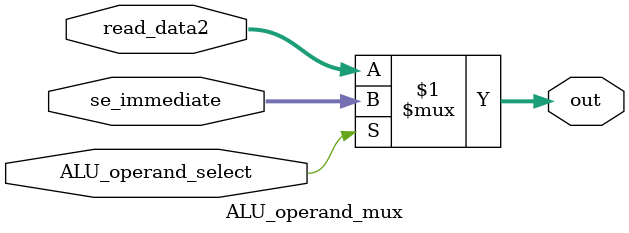
<source format=v>

module ALU_operand_mux (
    input ALU_operand_select,
    input [31:0] read_data2,
    input [31:0] se_immediate,
    output [31:0] out
);

assign out = (ALU_operand_select) ? se_immediate : read_data2;

endmodule
</source>
